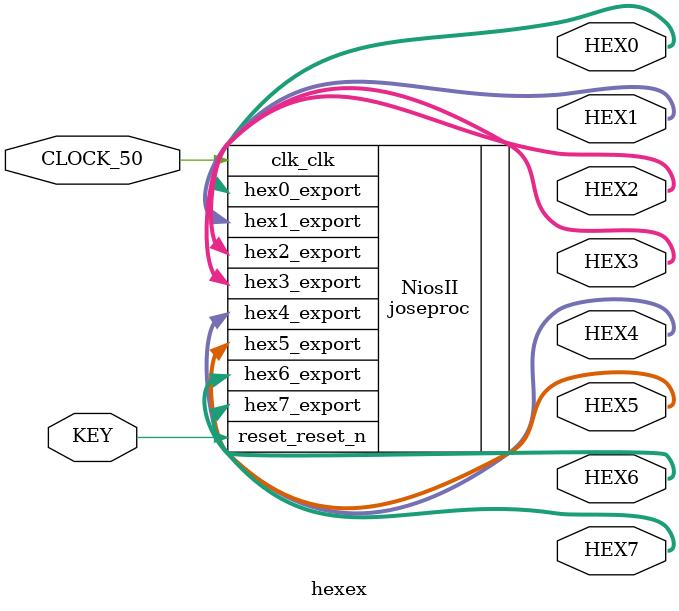
<source format=v>
module hexex (CLOCK_50, HEX0, HEX1, HEX2, HEX3, HEX4, HEX5, HEX6, HEX7, KEY);
input CLOCK_50;
output [6:0] HEX0, HEX1, HEX2, HEX3, HEX4, HEX5, HEX6, HEX7;
input [0:0] KEY;
// Instantiate the Nios II system module generated by the Qsys tool:
joseproc NiosII (
.clk_clk(CLOCK_50),
.reset_reset_n(KEY),
.hex0_export   (HEX0),   //  hex0.export
.hex1_export   (HEX1),   //  hex1.export
.hex2_export   (HEX2),   //  hex2.export
.hex3_export   (HEX3),   //  hex3.export
.hex4_export   (HEX4),   //  hex4.export
.hex5_export   (HEX5),   //  hex5.export
.hex6_export   (HEX6),   //  hex6.export
.hex7_export   (HEX7)    //  hex7.export
);
endmodule
</source>
